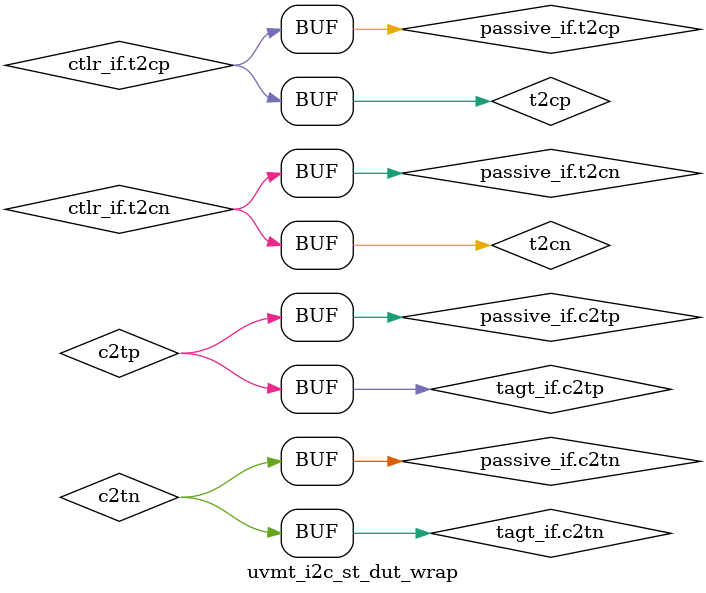
<source format=sv>


`ifndef __UVMT_I2C_ST_DUT_WRAP_SV__
`define __UVMT_I2C_ST_DUT_WRAP_SV__


/**
 * "DUT" wrapper connecting I2C Agent Self-Test Bench interfaces.
 * All ports are SV interfaces.
 */
module uvmt_i2c_st_dut_wrap(
   uvma_i2c_if  ctlr_if, ///< CTLR Agent interface
   uvma_i2c_if  tagt_if, ///< TAGT Agent interface
   uvma_i2c_if  passive_if       ///< Passive Agent interface
);

   /// @defgroup C2T
   /// @{
   reg c2tp;
   reg c2tn;

   assign tagt_if.c2tp = c2tp;
   assign tagt_if.c2tn = c2tn;
   assign passive_if.c2tp = c2tp;
   assign passive_if.c2tn = c2tn;

   always @(posedge ctlr_if.c2t_clk) begin
      c2tp <= ctlr_if.c2tp;
      c2tn <= ctlr_if.c2tn;
   end
   /// @}


   /// @defgroup T2C
   /// @{
   reg t2cp;
   reg t2cn;

   assign ctlr_if.t2cp = t2cp;
   assign ctlr_if.t2cn = t2cn;
   assign passive_if.t2cp = t2cp;
   assign passive_if.t2cn = t2cn;

   always @(posedge ctlr_if.t2c_clk) begin
      t2cp <= tagt_if.t2cp;
      t2cn <= tagt_if.t2cn;
   end
   /// @}

endmodule : uvmt_i2c_st_dut_wrap


`endif // __UVMT_I2C_ST_DUT_WRAP_SV__
</source>
